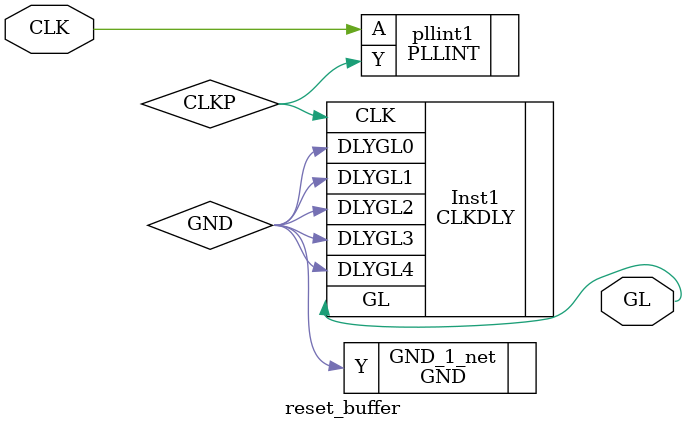
<source format=v>
`timescale 1 ns/100 ps


module reset_buffer(GL,CLK);
output GL;
input  CLK;

    wire CLKP, GND;
    
    GND GND_1_net(.Y(GND));
    PLLINT pllint1(.A(CLK), .Y(CLKP));
    CLKDLY Inst1(.CLK(CLKP), .GL(GL), .DLYGL0(GND), .DLYGL1(GND), 
        .DLYGL2(GND), .DLYGL3(GND), .DLYGL4(GND));
    
endmodule

</source>
